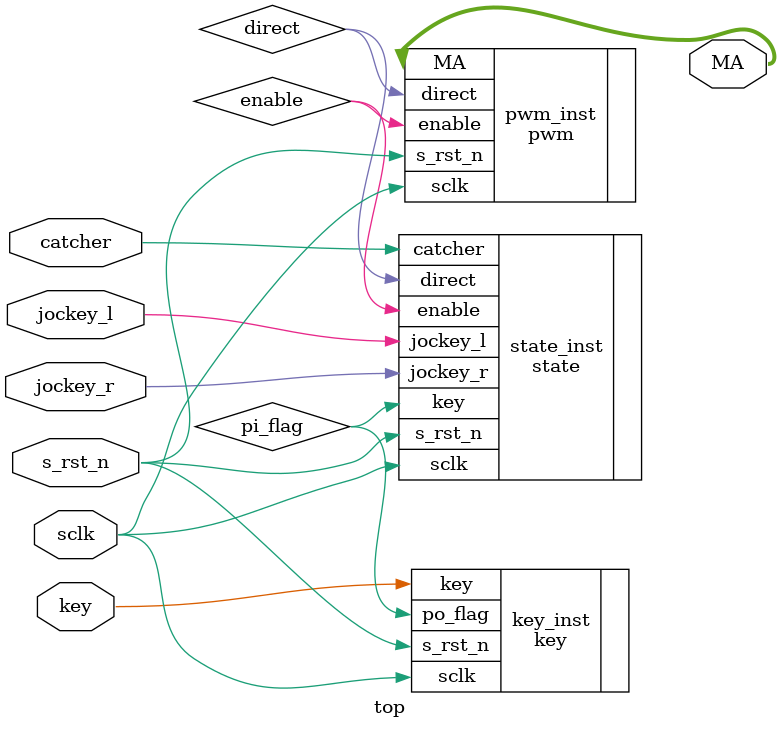
<source format=v>
module  top(
        // system signals 
        input                   sclk                    ,  
        input                   s_rst_n                 ,
        // input signals
        input                   key                     ,
        input                   catcher                 ,
        input                   jockey_r                ,
        input                   jockey_l                ,
        // output signals
        // output          [ 3:0]  stepdrive
        output          [ 1:0]  MA                      
);

//============================================================\
// ========= Define Parameter and Internal Signals ==========
//============================================================/ 
wire                    pi_flag                         ;
wire                    direct                          ;
wire                    enable                          ;




//====================================================================
// ***************      Main    Code    ***************
//====================================================================

key     key_inst(
        .sclk                   (sclk                   ),
        .s_rst_n                (s_rst_n                ),
        .key                    (key                    ),
        .po_flag                (pi_flag                )
);

state   state_inst(
        .sclk                   (sclk                   ),
        .s_rst_n                (s_rst_n                ),
        .catcher                (catcher                ),
        .jockey_r               (jockey_r               ),
        .jockey_l               (jockey_l               ),
        .key                    (pi_flag                ),
        .direct                 (direct                 ),
        .enable                 (enable                 )
);

/* motor   motor_inst(
        .sclk                   (sclk                   ),
        .s_rst_n                (s_rst_n                ),
        .direct                 (direct                 ),
        .stepenable             (stepenable             ),
        .stepdrive              (stepdrive              )
); */

pwm     pwm_inst(
        .sclk                   (sclk                   ),
        .s_rst_n                (s_rst_n                ),
        .enable                 (enable                 ),
        .direct                 (direct                 ),
        .MA                     (MA                     )
);        








endmodule
</source>
